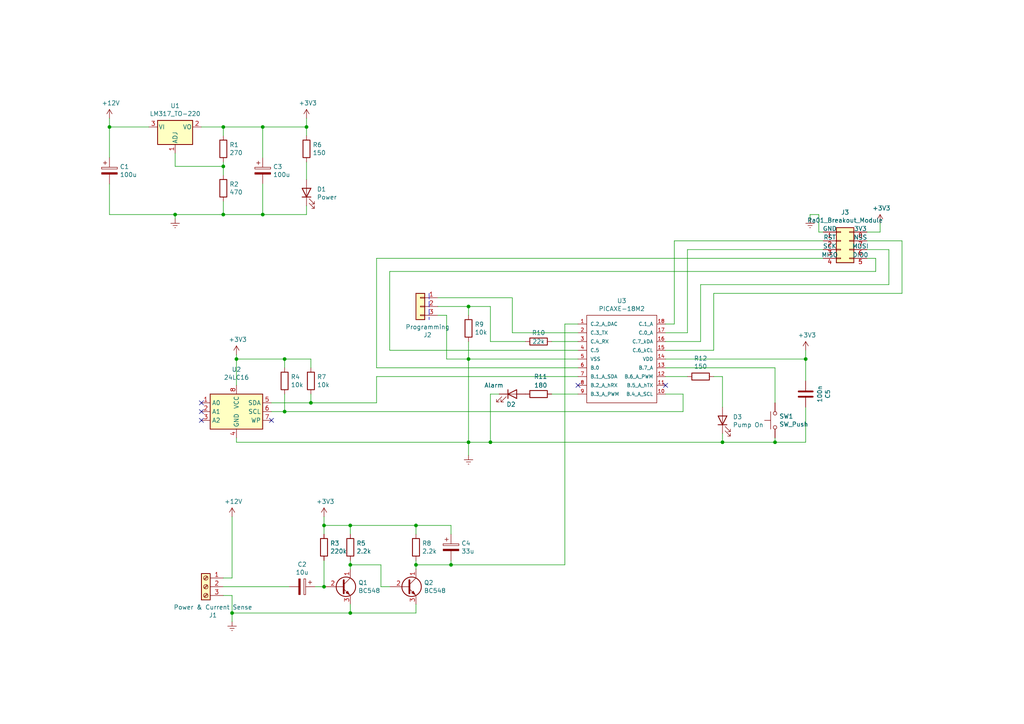
<source format=kicad_sch>
(kicad_sch (version 20211123) (generator eeschema)
  (paper "A4")
  (title_block (title "PICAXE Pressure pump monitor") (date "2021-03-05") (company "Jotham Gates") (comment 1 "This design involves mains electricity and water. Appropriate precautions MUST be taken."))
  (lib_symbols
    (symbol "Connector:Screw_Terminal_01x03" (pin_names (offset 1.016) hide)
      (property "Reference" "J" (at 0 5.08 0))
      (property "Value" "Screw_Terminal_01x03" (at 0 -5.08 0))
      (symbol "Screw_Terminal_01x03_1_1"
        (rectangle (start -1.27 3.81) (end 1.27 -3.81) (stroke (width 0.254)) (fill (type background)))
        (circle (center 0 -2.54) (radius 0.635) (stroke (width 0.1524)))
        (polyline (pts (xy -0.5334 -2.2098) (xy 0.3302 -3.048)) (stroke (width 0.1524)))
        (polyline (pts (xy -0.5334 0.3302) (xy 0.3302 -0.508)) (stroke (width 0.1524)))
        (polyline (pts (xy -0.5334 2.8702) (xy 0.3302 2.032)) (stroke (width 0.1524)))
        (polyline (pts (xy -0.3556 -2.032) (xy 0.508 -2.8702)) (stroke (width 0.1524)))
        (polyline (pts (xy -0.3556 0.508) (xy 0.508 -0.3302)) (stroke (width 0.1524)))
        (polyline (pts (xy -0.3556 3.048) (xy 0.508 2.2098)) (stroke (width 0.1524)))
        (circle (center 0 0) (radius 0.635) (stroke (width 0.1524)))
        (circle (center 0 2.54) (radius 0.635) (stroke (width 0.1524)))
        (pin passive line (at -5.08 2.54 0) (length 3.81) (name "Pin_1") (number "1"))
        (pin passive line (at -5.08 0 0) (length 3.81) (name "Pin_2") (number "2"))
        (pin passive line (at -5.08 -2.54 0) (length 3.81) (name "Pin_3") (number "3"))
      )
    )
    (symbol "Connector_Generic:Conn_01x03" (pin_names (offset 1.016) hide)
      (property "Reference" "J" (at 0 5.08 0))
      (property "Value" "Conn_01x03" (at 0 -5.08 0))
      (symbol "Conn_01x03_1_1"
        (rectangle (start -1.27 -2.413) (end 0 -2.667) (stroke (width 0.1524)))
        (rectangle (start -1.27 0.127) (end 0 -0.127) (stroke (width 0.1524)))
        (rectangle (start -1.27 2.667) (end 0 2.413) (stroke (width 0.1524)))
        (rectangle (start -1.27 3.81) (end 1.27 -3.81) (stroke (width 0.254)) (fill (type background)))
        (pin passive line (at -5.08 2.54 0) (length 3.81) (name "Pin_1") (number "1"))
        (pin passive line (at -5.08 0 0) (length 3.81) (name "Pin_2") (number "2"))
        (pin passive line (at -5.08 -2.54 0) (length 3.81) (name "Pin_3") (number "3"))
      )
    )
    (symbol "Device:C" (pin_numbers hide) (pin_names (offset 0.254))
      (property "Reference" "C" (at 0.635 2.54 0))
      (property "Value" "C" (at 0.635 -2.54 0))
      (symbol "C_0_1"
        (polyline (pts (xy -2.032 -0.762) (xy 2.032 -0.762)) (stroke (width 0.508)))
        (polyline (pts (xy -2.032 0.762) (xy 2.032 0.762)) (stroke (width 0.508)))
      )
      (symbol "C_1_1"
        (pin passive line (at 0 3.81 270) (length 2.794) (name "~") (number "1"))
        (pin passive line (at 0 -3.81 90) (length 2.794) (name "~") (number "2"))
      )
    )
    (symbol "Device:C_Polarized" (pin_numbers hide) (pin_names (offset 0.254))
      (property "Reference" "C" (at 0.635 2.54 0))
      (property "Value" "C_Polarized" (at 0.635 -2.54 0))
      (symbol "C_Polarized_0_1"
        (rectangle (start -2.286 0.508) (end 2.286 1.016))
        (polyline (pts (xy -1.778 2.286) (xy -0.762 2.286)))
        (polyline (pts (xy -1.27 2.794) (xy -1.27 1.778)))
        (rectangle (start 2.286 -0.508) (end -2.286 -1.016) (fill (type outline)))
      )
      (symbol "C_Polarized_1_1"
        (pin passive line (at 0 3.81 270) (length 2.794) (name "~") (number "1"))
        (pin passive line (at 0 -3.81 90) (length 2.794) (name "~") (number "2"))
      )
    )
    (symbol "Device:LED" (pin_numbers hide) (pin_names (offset 1.016) hide)
      (property "Reference" "D" (at 0 2.54 0))
      (property "Value" "LED" (at 0 -2.54 0))
      (symbol "LED_0_1"
        (polyline (pts (xy -1.27 -1.27) (xy -1.27 1.27)) (stroke (width 0.254)))
        (polyline (pts (xy -1.27 0) (xy 1.27 0)))
        (polyline (pts (xy 1.27 -1.27) (xy 1.27 1.27) (xy -1.27 0) (xy 1.27 -1.27)) (stroke (width 0.254)))
        (polyline (pts (xy -3.048 -0.762) (xy -4.572 -2.286) (xy -3.81 -2.286) (xy -4.572 -2.286) (xy -4.572 -1.524)))
        (polyline (pts (xy -1.778 -0.762) (xy -3.302 -2.286) (xy -2.54 -2.286) (xy -3.302 -2.286) (xy -3.302 -1.524)))
      )
      (symbol "LED_1_1"
        (pin passive line (at -3.81 0 0) (length 2.54) (name "K") (number "1"))
        (pin passive line (at 3.81 0 180) (length 2.54) (name "A") (number "2"))
      )
    )
    (symbol "Device:R" (pin_numbers hide) (pin_names (offset 0))
      (property "Reference" "R" (at 2.032 0 90))
      (property "Value" "R" (at 0 0 90))
      (symbol "R_0_1"
        (rectangle (start -1.016 -2.54) (end 1.016 2.54) (stroke (width 0.254)))
      )
      (symbol "R_1_1"
        (pin passive line (at 0 3.81 270) (length 1.27) (name "~") (number "1"))
        (pin passive line (at 0 -3.81 90) (length 1.27) (name "~") (number "2"))
      )
    )
    (symbol "Memory_EEPROM:24LC16"
      (property "Reference" "U" (at -6.35 6.35 0))
      (property "Value" "24LC16" (at 1.27 6.35 0))
      (symbol "24LC16_1_1"
        (rectangle (start -7.62 5.08) (end 7.62 -5.08) (stroke (width 0.254)) (fill (type background)))
        (pin input line (at -10.16 2.54 0) (length 2.54) (name "A0") (number "1"))
        (pin input line (at -10.16 0 0) (length 2.54) (name "A1") (number "2"))
        (pin input line (at -10.16 -2.54 0) (length 2.54) (name "A2") (number "3"))
        (pin power_in line (at 0 -7.62 90) (length 2.54) (name "GND") (number "4"))
        (pin bidirectional line (at 10.16 2.54 180) (length 2.54) (name "SDA") (number "5"))
        (pin input line (at 10.16 0 180) (length 2.54) (name "SCL") (number "6"))
        (pin input line (at 10.16 -2.54 180) (length 2.54) (name "WP") (number "7"))
        (pin power_in line (at 0 7.62 270) (length 2.54) (name "VCC") (number "8"))
      )
    )
    (symbol "PumpMonitor-rescue:PICAXE-18M2-Picaxe" (pin_names (offset 1.016))
      (property "Reference" "??" (at 0 17.78 0))
      (property "Value" "PICAXE-18M2-Picaxe" (at 0 15.24 0))
      (symbol "PICAXE-18M2-Picaxe_1_0"
        (polyline (pts (xy -10.16 -12.7) (xy 10.16 -12.7)))
        (polyline (pts (xy -10.16 12.7) (xy -10.16 -12.7)))
        (polyline (pts (xy 10.16 -12.7) (xy 10.16 12.7)))
        (polyline (pts (xy 10.16 12.7) (xy -10.16 12.7)))
      )
      (symbol "PICAXE-18M2-Picaxe_1_1"
        (pin bidirectional line (at -12.7 10.16 0) (length 2.54) (name "C.2_A_DAC") (number "1"))
        (pin bidirectional line (at 12.7 -10.16 180) (length 2.54) (name "B.4_A_SCL") (number "10"))
        (pin bidirectional line (at 12.7 -7.62 180) (length 2.54) (name "B.5_A_hTX") (number "11"))
        (pin bidirectional line (at 12.7 -5.08 180) (length 2.54) (name "B.6_A_PWM") (number "12"))
        (pin bidirectional line (at 12.7 -2.54 180) (length 2.54) (name "B.7_A") (number "13"))
        (pin power_in line (at 12.7 0 180) (length 2.54) (name "VDD") (number "14"))
        (pin bidirectional line (at 12.7 2.54 180) (length 2.54) (name "C.6_kCL") (number "15"))
        (pin input line (at 12.7 5.08 180) (length 2.54) (name "C.7_kDA") (number "16"))
        (pin bidirectional line (at 12.7 7.62 180) (length 2.54) (name "C.0_A") (number "17"))
        (pin bidirectional line (at 12.7 10.16 180) (length 2.54) (name "C.1_A") (number "18"))
        (pin output line (at -12.7 7.62 0) (length 2.54) (name "C.3_TX") (number "2"))
        (pin input line (at -12.7 5.08 0) (length 2.54) (name "C.4_RX") (number "3"))
        (pin input line (at -12.7 2.54 0) (length 2.54) (name "C.5") (number "4"))
        (pin power_in line (at -12.7 0 0) (length 2.54) (name "VSS") (number "5"))
        (pin bidirectional line (at -12.7 -2.54 0) (length 2.54) (name "B.0") (number "6"))
        (pin bidirectional line (at -12.7 -5.08 0) (length 2.54) (name "B.1_A_SDA") (number "7"))
        (pin bidirectional line (at -12.7 -7.62 0) (length 2.54) (name "B.2_A_hRX") (number "8"))
        (pin bidirectional line (at -12.7 -10.16 0) (length 2.54) (name "B.3_A_PWM") (number "9"))
      )
    )
    (symbol "PumpMonitor-rescue:Ra01_Breakout_Module-Ra01_Breakout_Module" (pin_names (offset 0))
      (property "Reference" "U" (at 1.27 5.08 0))
      (property "Value" "Ra01_Breakout_Module-Ra01_Breakout_Module" (at 1.27 -7.62 0))
      (symbol "Ra01_Breakout_Module-Ra01_Breakout_Module_1_1"
        (rectangle (start -1.27 -4.953) (end 0 -5.207) (stroke (width 0.1524)))
        (rectangle (start -1.27 -2.413) (end 0 -2.667) (stroke (width 0.1524)))
        (rectangle (start -1.27 0.127) (end 0 -0.127) (stroke (width 0.1524)))
        (rectangle (start -1.27 2.667) (end 0 2.413) (stroke (width 0.1524)))
        (rectangle (start -1.27 3.81) (end 3.81 -6.35) (stroke (width 0.254)) (fill (type background)))
        (rectangle (start 3.81 -4.953) (end 2.54 -5.207) (stroke (width 0.1524)))
        (rectangle (start 3.81 -2.413) (end 2.54 -2.667) (stroke (width 0.1524)))
        (rectangle (start 3.81 0.127) (end 2.54 -0.127) (stroke (width 0.1524)))
        (rectangle (start 3.81 2.667) (end 2.54 2.413) (stroke (width 0.1524)))
        (pin power_in line (at -5.08 2.54 0) (length 3.81) (name "GND") (number "1"))
        (pin input line (at -5.08 0 0) (length 3.81) (name "RST") (number "2"))
        (pin input line (at -5.08 -2.54 0) (length 3.81) (name "SCK") (number "3"))
        (pin output line (at -5.08 -5.08 0) (length 3.81) (name "MISO") (number "4"))
        (pin bidirectional line (at 7.62 -5.08 180) (length 3.81) (name "DIO0") (number "5"))
        (pin input line (at 7.62 -2.54 180) (length 3.81) (name "MOSI") (number "6"))
        (pin input line (at 7.62 0 180) (length 3.81) (name "NSS") (number "7"))
        (pin power_in line (at 7.62 2.54 180) (length 3.81) (name "3V3") (number "8"))
      )
    )
    (symbol "Regulator_Linear:LM317_TO-220" (pin_names (offset 0.254))
      (property "Reference" "U" (at -3.81 3.175 0))
      (property "Value" "LM317_TO-220" (at 0 3.175 0))
      (symbol "LM317_TO-220_0_1"
        (rectangle (start -5.08 1.905) (end 5.08 -5.08) (stroke (width 0.254)) (fill (type background)))
      )
      (symbol "LM317_TO-220_1_1"
        (pin input line (at 0 -7.62 90) (length 2.54) (name "ADJ") (number "1"))
        (pin power_out line (at 7.62 0 180) (length 2.54) (name "VO") (number "2"))
        (pin power_in line (at -7.62 0 0) (length 2.54) (name "VI") (number "3"))
      )
    )
    (symbol "Switch:SW_Push" (pin_numbers hide) (pin_names (offset 1.016) hide)
      (property "Reference" "SW" (at 1.27 2.54 0))
      (property "Value" "SW_Push" (at 0 -1.524 0))
      (symbol "SW_Push_0_1"
        (circle (center -2.032 0) (radius 0.508))
        (polyline (pts (xy 0 1.27) (xy 0 3.048)))
        (polyline (pts (xy 2.54 1.27) (xy -2.54 1.27)))
        (circle (center 2.032 0) (radius 0.508))
        (pin passive line (at -5.08 0 0) (length 2.54) (name "1") (number "1"))
        (pin passive line (at 5.08 0 180) (length 2.54) (name "2") (number "2"))
      )
    )
    (symbol "Transistor_BJT:BC548" (pin_names (offset 0) hide)
      (property "Reference" "Q" (at 5.08 1.905 0))
      (property "Value" "BC548" (at 5.08 0 0))
      (symbol "BC548_0_1"
        (polyline (pts (xy 0 0) (xy 0.635 0)))
        (polyline (pts (xy 0.635 0.635) (xy 2.54 2.54)))
        (polyline (pts (xy 0.635 -0.635) (xy 2.54 -2.54) (xy 2.54 -2.54)))
        (polyline (pts (xy 0.635 1.905) (xy 0.635 -1.905) (xy 0.635 -1.905)) (stroke (width 0.508)))
        (polyline (pts (xy 1.27 -1.778) (xy 1.778 -1.27) (xy 2.286 -2.286) (xy 1.27 -1.778) (xy 1.27 -1.778)) (fill (type outline)))
        (circle (center 1.27 0) (radius 2.8194) (stroke (width 0.254)))
      )
      (symbol "BC548_1_1"
        (pin passive line (at 2.54 5.08 270) (length 2.54) (name "C") (number "1"))
        (pin input line (at -5.08 0 0) (length 5.08) (name "B") (number "2"))
        (pin passive line (at 2.54 -5.08 90) (length 2.54) (name "E") (number "3"))
      )
    )
    (symbol "power:+12V" (power) (pin_names (offset 0))
      (property "Value" "+12V" (at 0 3.556 0))
      (symbol "+12V_0_1"
        (polyline (pts (xy -0.762 1.27) (xy 0 2.54)))
        (polyline (pts (xy 0 0) (xy 0 2.54)))
        (polyline (pts (xy 0 2.54) (xy 0.762 1.27)))
      )
      (symbol "+12V_1_1"
        (pin power_in line (at 0 0 90) (length 0) hide (name "+12V") (number "1"))
      )
    )
    (symbol "power:+3.3V" (power) (pin_names (offset 0))
      (property "Value" "+3.3V" (at 0 3.556 0))
      (symbol "+3.3V_0_1"
        (polyline (pts (xy -0.762 1.27) (xy 0 2.54)))
        (polyline (pts (xy 0 0) (xy 0 2.54)))
        (polyline (pts (xy 0 2.54) (xy 0.762 1.27)))
      )
      (symbol "+3.3V_1_1"
        (pin power_in line (at 0 0 90) (length 0) hide (name "+3V3") (number "1"))
      )
    )
    (symbol "power:Earth" (power) (pin_names (offset 0))
      (symbol "Earth_0_1"
        (polyline (pts (xy -0.635 -1.905) (xy 0.635 -1.905)))
        (polyline (pts (xy -0.127 -2.54) (xy 0.127 -2.54)))
        (polyline (pts (xy 0 -1.27) (xy 0 0)))
        (polyline (pts (xy 1.27 -1.27) (xy -1.27 -1.27)))
      )
      (symbol "Earth_1_1"
        (pin power_in line (at 0 0 270) (length 0) hide (name "Earth") (number "1"))
      )
    )
  )
  (junction (at 31.75 36.83))
  (junction (at 101.6 163.83))
  (junction (at 88.9 36.83))
  (junction (at 90.17 116.84))
  (junction (at 135.89 88.9))
  (junction (at 135.89 104.14))
  (junction (at 233.68 104.14))
  (junction (at 68.58 104.14))
  (junction (at 101.6 152.4))
  (junction (at 120.65 152.4))
  (junction (at 130.81 163.83))
  (junction (at 93.98 170.18))
  (junction (at 120.65 163.83))
  (junction (at 209.55 128.27))
  (junction (at 67.31 177.8))
  (junction (at 64.77 62.23))
  (junction (at 142.24 128.27))
  (junction (at 76.2 62.23))
  (junction (at 82.55 119.38))
  (junction (at 50.8 62.23))
  (junction (at 101.6 177.8))
  (junction (at 224.79 128.27))
  (junction (at 93.98 152.4))
  (junction (at 76.2 36.83))
  (junction (at 64.77 36.83))
  (junction (at 64.77 48.26))
  (junction (at 82.55 104.14))
  (junction (at 135.89 128.27))
  (no_connect (at 167.64 111.76))
  (no_connect (at 58.42 119.38))
  (no_connect (at 193.04 111.76))
  (no_connect (at 78.74 121.92))
  (no_connect (at 58.42 121.92))
  (no_connect (at 58.42 116.84))
  (wire (pts (xy 67.31 167.64) (xy 64.77 167.64)))
  (wire (pts (xy 203.2 99.06) (xy 193.04 99.06)))
  (wire (pts (xy 120.65 152.4) (xy 101.6 152.4)))
  (wire (pts (xy 142.24 88.9) (xy 142.24 99.06)))
  (wire (pts (xy 199.39 72.39) (xy 199.39 96.52)))
  (wire (pts (xy 76.2 53.34) (xy 76.2 62.23)))
  (wire (pts (xy 195.58 93.98) (xy 193.04 93.98)))
  (wire (pts (xy 91.44 170.18) (xy 93.98 170.18)))
  (wire (pts (xy 101.6 177.8) (xy 67.31 177.8)))
  (wire (pts (xy 167.64 99.06) (xy 160.02 99.06)))
  (wire (pts (xy 101.6 152.4) (xy 101.6 154.94)))
  (wire (pts (xy 135.89 104.14) (xy 135.89 128.27)))
  (wire (pts (xy 82.55 104.14) (xy 68.58 104.14)))
  (wire (pts (xy 255.27 67.31) (xy 251.46 67.31)))
  (wire (pts (xy 68.58 128.27) (xy 135.89 128.27)))
  (wire (pts (xy 234.95 62.23) (xy 234.95 63.5)))
  (wire (pts (xy 64.77 39.37) (xy 64.77 36.83)))
  (wire (pts (xy 261.62 85.09) (xy 207.01 85.09)))
  (wire (pts (xy 129.54 91.44) (xy 129.54 104.14)))
  (wire (pts (xy 207.01 101.6) (xy 193.04 101.6)))
  (wire (pts (xy 67.31 180.34) (xy 67.31 177.8)))
  (wire (pts (xy 233.68 128.27) (xy 224.79 128.27)))
  (wire (pts (xy 110.49 163.83) (xy 101.6 163.83)))
  (wire (pts (xy 224.79 116.84) (xy 224.79 106.68)))
  (wire (pts (xy 82.55 114.3) (xy 82.55 119.38)))
  (wire (pts (xy 50.8 48.26) (xy 64.77 48.26)))
  (wire (pts (xy 224.79 106.68) (xy 193.04 106.68)))
  (wire (pts (xy 88.9 36.83) (xy 88.9 34.29)))
  (wire (pts (xy 195.58 69.85) (xy 195.58 93.98)))
  (wire (pts (xy 67.31 149.86) (xy 67.31 167.64)))
  (wire (pts (xy 68.58 104.14) (xy 68.58 111.76)))
  (wire (pts (xy 224.79 127) (xy 224.79 128.27)))
  (wire (pts (xy 203.2 82.55) (xy 203.2 99.06)))
  (wire (pts (xy 64.77 170.18) (xy 83.82 170.18)))
  (wire (pts (xy 67.31 172.72) (xy 64.77 172.72)))
  (wire (pts (xy 167.64 114.3) (xy 160.02 114.3)))
  (wire (pts (xy 127 88.9) (xy 135.89 88.9)))
  (wire (pts (xy 64.77 36.83) (xy 58.42 36.83)))
  (wire (pts (xy 251.46 72.39) (xy 257.81 72.39)))
  (wire (pts (xy 109.22 74.93) (xy 238.76 74.93)))
  (wire (pts (xy 88.9 62.23) (xy 76.2 62.23)))
  (wire (pts (xy 31.75 62.23) (xy 50.8 62.23)))
  (wire (pts (xy 167.64 101.6) (xy 113.03 101.6)))
  (wire (pts (xy 163.83 93.98) (xy 163.83 163.83)))
  (wire (pts (xy 251.46 74.93) (xy 254 74.93)))
  (wire (pts (xy 130.81 154.94) (xy 130.81 152.4)))
  (wire (pts (xy 120.65 154.94) (xy 120.65 152.4)))
  (wire (pts (xy 90.17 106.68) (xy 90.17 104.14)))
  (wire (pts (xy 193.04 104.14) (xy 233.68 104.14)))
  (wire (pts (xy 120.65 165.1) (xy 120.65 163.83)))
  (wire (pts (xy 233.68 110.49) (xy 233.68 104.14)))
  (wire (pts (xy 78.74 119.38) (xy 82.55 119.38)))
  (wire (pts (xy 135.89 99.06) (xy 135.89 104.14)))
  (wire (pts (xy 129.54 104.14) (xy 135.89 104.14)))
  (wire (pts (xy 101.6 165.1) (xy 101.6 163.83)))
  (wire (pts (xy 237.49 62.23) (xy 234.95 62.23)))
  (wire (pts (xy 93.98 149.86) (xy 93.98 152.4)))
  (wire (pts (xy 199.39 96.52) (xy 193.04 96.52)))
  (wire (pts (xy 113.03 170.18) (xy 110.49 170.18)))
  (wire (pts (xy 152.4 99.06) (xy 142.24 99.06)))
  (wire (pts (xy 135.89 128.27) (xy 142.24 128.27)))
  (wire (pts (xy 88.9 59.69) (xy 88.9 62.23)))
  (wire (pts (xy 257.81 72.39) (xy 257.81 82.55)))
  (wire (pts (xy 135.89 104.14) (xy 167.64 104.14)))
  (wire (pts (xy 144.78 114.3) (xy 142.24 114.3)))
  (wire (pts (xy 135.89 88.9) (xy 142.24 88.9)))
  (wire (pts (xy 198.12 119.38) (xy 198.12 114.3)))
  (wire (pts (xy 120.65 175.26) (xy 120.65 177.8)))
  (wire (pts (xy 130.81 152.4) (xy 120.65 152.4)))
  (wire (pts (xy 261.62 69.85) (xy 261.62 85.09)))
  (wire (pts (xy 209.55 109.22) (xy 209.55 118.11)))
  (wire (pts (xy 64.77 50.8) (xy 64.77 48.26)))
  (wire (pts (xy 50.8 44.45) (xy 50.8 48.26)))
  (wire (pts (xy 90.17 116.84) (xy 78.74 116.84)))
  (wire (pts (xy 82.55 119.38) (xy 198.12 119.38)))
  (wire (pts (xy 64.77 48.26) (xy 64.77 46.99)))
  (wire (pts (xy 88.9 36.83) (xy 88.9 39.37)))
  (wire (pts (xy 109.22 106.68) (xy 167.64 106.68)))
  (wire (pts (xy 254 74.93) (xy 254 78.74)))
  (wire (pts (xy 257.81 82.55) (xy 203.2 82.55)))
  (wire (pts (xy 120.65 177.8) (xy 101.6 177.8)))
  (wire (pts (xy 31.75 34.29) (xy 31.75 36.83)))
  (wire (pts (xy 43.18 36.83) (xy 31.75 36.83)))
  (wire (pts (xy 224.79 128.27) (xy 209.55 128.27)))
  (wire (pts (xy 90.17 114.3) (xy 90.17 116.84)))
  (wire (pts (xy 101.6 163.83) (xy 101.6 162.56)))
  (wire (pts (xy 237.49 67.31) (xy 237.49 62.23)))
  (wire (pts (xy 68.58 127) (xy 68.58 128.27)))
  (wire (pts (xy 101.6 175.26) (xy 101.6 177.8)))
  (wire (pts (xy 251.46 69.85) (xy 261.62 69.85)))
  (wire (pts (xy 120.65 163.83) (xy 120.65 162.56)))
  (wire (pts (xy 167.64 109.22) (xy 109.22 109.22)))
  (wire (pts (xy 238.76 69.85) (xy 195.58 69.85)))
  (wire (pts (xy 76.2 36.83) (xy 76.2 45.72)))
  (wire (pts (xy 113.03 101.6) (xy 113.03 78.74)))
  (wire (pts (xy 109.22 109.22) (xy 109.22 116.84)))
  (wire (pts (xy 148.59 86.36) (xy 148.59 96.52)))
  (wire (pts (xy 90.17 104.14) (xy 82.55 104.14)))
  (wire (pts (xy 31.75 53.34) (xy 31.75 62.23)))
  (wire (pts (xy 233.68 104.14) (xy 233.68 101.6)))
  (wire (pts (xy 88.9 46.99) (xy 88.9 52.07)))
  (wire (pts (xy 238.76 72.39) (xy 199.39 72.39)))
  (wire (pts (xy 193.04 109.22) (xy 199.39 109.22)))
  (polyline (pts (xy 124.46 85.09) (xy 124.46 92.71)))
  (wire (pts (xy 76.2 36.83) (xy 88.9 36.83)))
  (wire (pts (xy 142.24 114.3) (xy 142.24 128.27)))
  (wire (pts (xy 68.58 102.87) (xy 68.58 104.14)))
  (wire (pts (xy 50.8 62.23) (xy 50.8 63.5)))
  (wire (pts (xy 207.01 85.09) (xy 207.01 101.6)))
  (wire (pts (xy 130.81 163.83) (xy 120.65 163.83)))
  (wire (pts (xy 64.77 36.83) (xy 76.2 36.83)))
  (wire (pts (xy 233.68 118.11) (xy 233.68 128.27)))
  (wire (pts (xy 209.55 125.73) (xy 209.55 128.27)))
  (wire (pts (xy 110.49 170.18) (xy 110.49 163.83)))
  (wire (pts (xy 198.12 114.3) (xy 193.04 114.3)))
  (wire (pts (xy 109.22 74.93) (xy 109.22 106.68)))
  (wire (pts (xy 142.24 128.27) (xy 209.55 128.27)))
  (wire (pts (xy 130.81 162.56) (xy 130.81 163.83)))
  (wire (pts (xy 163.83 93.98) (xy 167.64 93.98)))
  (wire (pts (xy 148.59 96.52) (xy 167.64 96.52)))
  (wire (pts (xy 135.89 91.44) (xy 135.89 88.9)))
  (wire (pts (xy 82.55 106.68) (xy 82.55 104.14)))
  (wire (pts (xy 135.89 128.27) (xy 135.89 132.08)))
  (wire (pts (xy 207.01 109.22) (xy 209.55 109.22)))
  (wire (pts (xy 76.2 62.23) (xy 64.77 62.23)))
  (wire (pts (xy 127 86.36) (xy 148.59 86.36)))
  (wire (pts (xy 31.75 36.83) (xy 31.75 45.72)))
  (wire (pts (xy 255.27 64.77) (xy 255.27 67.31)))
  (wire (pts (xy 93.98 152.4) (xy 93.98 154.94)))
  (wire (pts (xy 254 78.74) (xy 113.03 78.74)))
  (wire (pts (xy 238.76 67.31) (xy 237.49 67.31)))
  (wire (pts (xy 64.77 62.23) (xy 64.77 58.42)))
  (wire (pts (xy 93.98 162.56) (xy 93.98 170.18)))
  (wire (pts (xy 50.8 62.23) (xy 64.77 62.23)))
  (wire (pts (xy 163.83 163.83) (xy 130.81 163.83)))
  (wire (pts (xy 109.22 116.84) (xy 90.17 116.84)))
  (wire (pts (xy 93.98 152.4) (xy 101.6 152.4)))
  (wire (pts (xy 127 91.44) (xy 129.54 91.44)))
  (wire (pts (xy 67.31 177.8) (xy 67.31 172.72)))
  (symbol (lib_id "Regulator_Linear:LM317_TO-220") (at 50.8 36.83 0) (unit 1)
    (property "Reference" "U1" (at 50.8 30.6832 0))
    (property "Value" "LM317_TO-220" (at 50.8 32.9946 0))
    (property "Footprint" "Package_TO_SOT_THT:TO-220-3_Vertical" (effects hide))
    (property "Datasheet" "http://www.ti.com/lit/ds/symlink/lm317.pdf" (effects hide))
  )
  (symbol (lib_id "PumpMonitor-rescue:Ra01_Breakout_Module-Ra01_Breakout_Module") (at 243.84 69.85 0) (unit 1)
    (property "Reference" "J3" (at 245.11 61.595 0))
    (property "Value" "Ra01_Breakout_Module" (at 245.11 63.9064 0))
    (property "Footprint" "Package_DIP:DIP-8_W7.62mm_Socket" (effects hide))
  )
  (symbol (lib_id "Device:R") (at 64.77 43.18 0) (unit 1)
    (property "Reference" "R1" (at 66.548 42.0116 0) (effects (justify left)))
    (property "Value" "270" (at 66.548 44.323 0) (effects (justify left)))
    (property "Footprint" "Resistor_THT:R_Axial_DIN0207_L6.3mm_D2.5mm_P10.16mm_Horizontal" (effects hide))
  )
  (symbol (lib_id "Device:R") (at 64.77 54.61 0) (unit 1)
    (property "Reference" "R2" (at 66.548 53.4416 0) (effects (justify left)))
    (property "Value" "470" (at 66.548 55.753 0) (effects (justify left)))
    (property "Footprint" "Resistor_THT:R_Axial_DIN0207_L6.3mm_D2.5mm_P10.16mm_Horizontal" (effects hide))
  )
  (symbol (lib_id "Device:C_Polarized") (at 76.2 49.53 0) (unit 1)
    (property "Reference" "C3" (at 79.1972 48.3616 0) (effects (justify left)))
    (property "Value" "100u" (at 79.1972 50.673 0) (effects (justify left)))
    (property "Footprint" "Capacitor_THT:CP_Radial_D5.0mm_P2.50mm" (effects hide))
  )
  (symbol (lib_id "Device:C_Polarized") (at 31.75 49.53 0) (unit 1)
    (property "Reference" "C1" (at 34.7472 48.3616 0) (effects (justify left)))
    (property "Value" "100u" (at 34.7472 50.673 0) (effects (justify left)))
    (property "Footprint" "Capacitor_THT:CP_Radial_D5.0mm_P2.50mm" (effects hide))
  )
  (symbol (lib_id "Device:C") (at 233.68 114.3 180) (unit 1)
    (property "Reference" "C5" (at 240.0808 114.3 90))
    (property "Value" "100n" (at 237.7694 114.3 90))
    (property "Footprint" "Capacitor_THT:C_Disc_D5.0mm_W2.5mm_P2.50mm" (effects hide))
  )
  (symbol (lib_id "power:Earth") (at 50.8 63.5 0) (unit 1)
    (property "Reference" "#PWR02" (effects hide))
    (property "Value" "Earth" (effects hide))
  )
  (symbol (lib_id "power:+3.3V") (at 88.9 34.29 0) (unit 1)
    (property "Reference" "#PWR07" (effects hide))
    (property "Value" "+3.3V" (at 89.281 29.8958 0))
  )
  (symbol (lib_id "power:+12V") (at 31.75 34.29 0) (unit 1)
    (property "Reference" "#PWR01" (effects hide))
    (property "Value" "+12V" (at 32.131 29.8958 0))
  )
  (symbol (lib_id "Device:LED") (at 88.9 55.88 90) (unit 1)
    (property "Reference" "D1" (at 91.8972 54.8894 90) (effects (justify right)))
    (property "Value" "Power" (at 91.8972 57.2008 90) (effects (justify right)))
    (property "Footprint" "LED_THT:LED_D5.0mm_Clear" (effects hide))
  )
  (symbol (lib_id "Device:R") (at 88.9 43.18 0) (unit 1)
    (property "Reference" "R6" (at 90.678 42.0116 0) (effects (justify left)))
    (property "Value" "150" (at 90.678 44.323 0) (effects (justify left)))
    (property "Footprint" "Resistor_THT:R_Axial_DIN0207_L6.3mm_D2.5mm_P10.16mm_Horizontal" (effects hide))
  )
  (symbol (lib_id "PumpMonitor-rescue:PICAXE-18M2-Picaxe") (at 180.34 104.14 0) (unit 1)
    (property "Reference" "U3" (at 180.34 87.249 0))
    (property "Value" "PICAXE-18M2" (at 180.34 89.5604 0))
    (property "Footprint" "Package_DIP:DIP-18_W7.62mm_Socket" (effects hide))
  )
  (symbol (lib_id "Device:R") (at 156.21 114.3 270) (unit 1)
    (property "Reference" "R11" (at 158.75 109.22 90) (effects (justify right)))
    (property "Value" "180" (at 158.75 111.76 90) (effects (justify right)))
    (property "Footprint" "Resistor_THT:R_Axial_DIN0207_L6.3mm_D2.5mm_P10.16mm_Horizontal" (effects hide))
  )
  (symbol (lib_id "Device:LED") (at 148.59 114.3 0) (unit 1)
    (property "Reference" "D2" (at 149.5806 117.2972 0) (effects (justify right)))
    (property "Value" "Alarm" (at 146.05 111.76 0) (effects (justify right)))
    (property "Footprint" "LED_THT:LED_D5.0mm_Clear" (effects hide))
  )
  (symbol (lib_id "Memory_EEPROM:24LC16") (at 68.58 119.38 0) (unit 1)
    (property "Reference" "U2" (at 68.58 107.1626 0))
    (property "Value" "24LC16" (at 68.58 109.474 0))
    (property "Footprint" "Package_DIP:DIP-8_W7.62mm_Socket" (effects hide))
    (property "Datasheet" "http://ww1.microchip.com/downloads/en/DeviceDoc/21703d.pdf" (effects hide))
  )
  (symbol (lib_id "power:Earth") (at 135.89 132.08 0) (unit 1)
    (property "Reference" "#PWR08" (effects hide))
    (property "Value" "Earth" (effects hide))
  )
  (symbol (lib_id "power:+3.3V") (at 68.58 102.87 0) (unit 1)
    (property "Reference" "#PWR05" (effects hide))
    (property "Value" "+3.3V" (at 68.961 98.4758 0))
  )
  (symbol (lib_id "power:+3.3V") (at 233.68 101.6 0) (unit 1)
    (property "Reference" "#PWR010" (effects hide))
    (property "Value" "+3.3V" (at 234.061 97.2058 0))
  )
  (symbol (lib_id "Connector_Generic:Conn_01x03") (at 121.92 88.9 0) (mirror y) (unit 1)
    (property "Reference" "J2" (at 124.0028 97.155 0))
    (property "Value" "Programming" (at 124.0028 94.8436 0))
    (property "Footprint" "Connector_Molex:Molex_KK-254_AE-6410-03A_1x03_P2.54mm_Vertical" (effects hide))
  )
  (symbol (lib_id "Device:R") (at 135.89 95.25 0) (unit 1)
    (property "Reference" "R9" (at 137.668 94.0816 0) (effects (justify left)))
    (property "Value" "10k" (at 137.668 96.393 0) (effects (justify left)))
    (property "Footprint" "Resistor_THT:R_Axial_DIN0207_L6.3mm_D2.5mm_P10.16mm_Horizontal" (effects hide))
  )
  (symbol (lib_id "Device:R") (at 156.21 99.06 270) (unit 1)
    (property "Reference" "R10" (at 156.21 96.52 90))
    (property "Value" "22k" (at 156.21 99.06 90))
    (property "Footprint" "Resistor_THT:R_Axial_DIN0207_L6.3mm_D2.5mm_P10.16mm_Horizontal" (effects hide))
  )
  (symbol (lib_id "power:Earth") (at 67.31 180.34 0) (unit 1)
    (property "Reference" "#PWR04" (effects hide))
    (property "Value" "Earth" (effects hide))
  )
  (symbol (lib_id "power:+3.3V") (at 93.98 149.86 0) (unit 1)
    (property "Reference" "#PWR06" (effects hide))
    (property "Value" "+3.3V" (at 94.361 145.4658 0))
  )
  (symbol (lib_id "Device:C_Polarized") (at 87.63 170.18 270) (unit 1)
    (property "Reference" "C2" (at 87.63 163.703 90))
    (property "Value" "10u" (at 87.63 166.0144 90))
    (property "Footprint" "Capacitor_THT:CP_Radial_D5.0mm_P2.50mm" (effects hide))
  )
  (symbol (lib_id "power:+3.3V") (at 255.27 64.77 0) (unit 1)
    (property "Reference" "#PWR011" (effects hide))
    (property "Value" "+3.3V" (at 255.651 60.3758 0))
  )
  (symbol (lib_id "Transistor_BJT:BC548") (at 99.06 170.18 0) (unit 1)
    (property "Reference" "Q1" (at 103.9114 169.0116 0) (effects (justify left)))
    (property "Value" "BC548" (at 103.9114 171.323 0) (effects (justify left)))
    (property "Footprint" "Package_TO_SOT_THT:TO-92_Inline_Wide" (effects hide))
    (property "Datasheet" "https://www.onsemi.com/pub/Collateral/BC550-D.pdf" (effects hide))
  )
  (symbol (lib_id "power:Earth") (at 234.95 63.5 0) (unit 1)
    (property "Reference" "#PWR09" (effects hide))
    (property "Value" "Earth" (effects hide))
  )
  (symbol (lib_id "Transistor_BJT:BC548") (at 118.11 170.18 0) (unit 1)
    (property "Reference" "Q2" (at 122.9614 169.0116 0) (effects (justify left)))
    (property "Value" "BC548" (at 122.9614 171.323 0) (effects (justify left)))
    (property "Footprint" "Package_TO_SOT_THT:TO-92_Inline_Wide" (effects hide))
    (property "Datasheet" "https://www.onsemi.com/pub/Collateral/BC550-D.pdf" (effects hide))
  )
  (symbol (lib_id "Device:R") (at 101.6 158.75 0) (unit 1)
    (property "Reference" "R5" (at 103.378 157.5816 0) (effects (justify left)))
    (property "Value" "2.2k" (at 103.378 159.893 0) (effects (justify left)))
    (property "Footprint" "Resistor_THT:R_Axial_DIN0207_L6.3mm_D2.5mm_P10.16mm_Horizontal" (effects hide))
  )
  (symbol (lib_id "Device:R") (at 93.98 158.75 0) (unit 1)
    (property "Reference" "R3" (at 95.758 157.5816 0) (effects (justify left)))
    (property "Value" "220k" (at 95.758 159.893 0) (effects (justify left)))
    (property "Footprint" "Resistor_THT:R_Axial_DIN0207_L6.3mm_D2.5mm_P10.16mm_Horizontal" (effects hide))
  )
  (symbol (lib_id "Device:R") (at 120.65 158.75 0) (unit 1)
    (property "Reference" "R8" (at 122.428 157.5816 0) (effects (justify left)))
    (property "Value" "2.2k" (at 122.428 159.893 0) (effects (justify left)))
    (property "Footprint" "Resistor_THT:R_Axial_DIN0207_L6.3mm_D2.5mm_P10.16mm_Horizontal" (effects hide))
  )
  (symbol (lib_id "Device:C_Polarized") (at 130.81 158.75 0) (unit 1)
    (property "Reference" "C4" (at 133.8072 157.5816 0) (effects (justify left)))
    (property "Value" "33u" (at 133.8072 159.893 0) (effects (justify left)))
    (property "Footprint" "Capacitor_THT:CP_Radial_D5.0mm_P2.50mm" (effects hide))
  )
  (symbol (lib_id "Device:LED") (at 209.55 121.92 90) (unit 1)
    (property "Reference" "D3" (at 212.5472 120.9294 90) (effects (justify right)))
    (property "Value" "Pump On" (at 212.5472 123.2408 90) (effects (justify right)))
    (property "Footprint" "LED_THT:LED_D5.0mm_Clear" (effects hide))
  )
  (symbol (lib_id "Switch:SW_Push") (at 224.79 121.92 90) (unit 1)
    (property "Reference" "SW1" (at 226.0092 120.7516 90) (effects (justify right)))
    (property "Value" "SW_Push" (at 226.0092 123.063 90) (effects (justify right)))
    (property "Footprint" "Connector_PinHeader_2.54mm:PinHeader_1x02_P2.54mm_Vertical" (effects hide))
  )
  (symbol (lib_id "Device:R") (at 90.17 110.49 0) (unit 1)
    (property "Reference" "R7" (at 91.948 109.3216 0) (effects (justify left)))
    (property "Value" "10k" (at 91.948 111.633 0) (effects (justify left)))
    (property "Footprint" "Resistor_THT:R_Axial_DIN0207_L6.3mm_D2.5mm_P10.16mm_Horizontal" (effects hide))
  )
  (symbol (lib_id "Device:R") (at 82.55 110.49 0) (unit 1)
    (property "Reference" "R4" (at 84.328 109.3216 0) (effects (justify left)))
    (property "Value" "10k" (at 84.328 111.633 0) (effects (justify left)))
    (property "Footprint" "Resistor_THT:R_Axial_DIN0207_L6.3mm_D2.5mm_P10.16mm_Horizontal" (effects hide))
  )
  (symbol (lib_id "Device:R") (at 203.2 109.22 270) (unit 1)
    (property "Reference" "R12" (at 203.2 103.9622 90))
    (property "Value" "150" (at 203.2 106.2736 90))
    (property "Footprint" "Resistor_THT:R_Axial_DIN0207_L6.3mm_D2.5mm_P10.16mm_Horizontal" (effects hide))
  )
  (symbol (lib_id "Connector:Screw_Terminal_01x03") (at 59.69 170.18 0) (mirror y) (unit 1)
    (property "Reference" "J1" (at 61.7728 178.435 0))
    (property "Value" "Power & Current Sense" (at 61.7728 176.1236 0))
    (property "Footprint" "TerminalBlock:TerminalBlock_bornier-3_P5.08mm" (effects hide))
  )
  (symbol (lib_id "power:+12V") (at 67.31 149.86 0) (unit 1)
    (property "Reference" "#PWR03" (effects hide))
    (property "Value" "+12V" (at 67.691 145.4658 0))
  )
)
</source>
